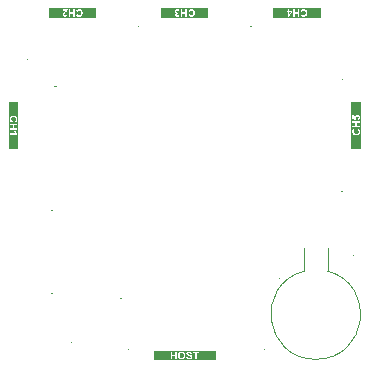
<source format=gto>
G04 Output by ViewMate Deluxe V11.24.15  PentaLogix*
G04 Thu Mar  6 20:34:30 2025*
%IPPOS*%
%FSLAX25Y25*%
%MOIN*%
%ADD10C,0.003937*%

%LPD*%
X0Y0D2*G36*X29528Y117815D2*G1X13780D1*Y114665*X29528*Y117815*G37*G36*X104331Y117815D2*G1X88583D1*Y114665*X104331*Y117815*G37*G36*X394Y86713D2*G1Y70965D1*X3543*Y86713*X394*G37*G36*X117717Y86713D2*G1X114567D1*Y70965*X117717*Y86713*G37*G36*X69291Y3642D2*G1X48819D1*Y492*X69291*Y3642*G37*G36*X66929Y117815D2*G1X51181D1*Y114665*X66929*Y117815*G37*
%LPC*%
X0Y0D2*G36*X59783Y117499D2*G1X57770D1*Y114980*X58278*Y115972*X59275*Y114980*X59783*Y117499*G37*G36*X56542Y117543D2*G1X56476Y117541D1*X56413Y117532*X56352Y117521*X56296Y117506*X56241Y117488*X56192Y117468*X56147Y117448*X56105Y117426*X56034Y117382*X56007Y117364*X55965Y117332*X55950Y117319*X55943Y117311*X55939Y117309*X55896Y117264*X55859Y117219*X55826Y117171*X55797Y117122*X55776Y117075*X55756Y117028*X55739Y116982*X55726Y116938*X55715Y116898*X55708Y116862*X55699Y116800*X55695Y116758*Y116743*X55697Y116702*X55701Y116661*X55715Y116587*X55724Y116552*X55735Y116520*X55748Y116491*X55759Y116463*X55772Y116439*X55785Y116418*X55812Y116371*X55825Y116354*X55850Y116325*X55905Y116274*X55934Y116254*X55961Y116234*X55990Y116217*X56047Y116190*X56072Y116179*X56096Y116170*X56116Y116161*X56150Y116152*X56161Y116148*X56171Y116147*X56138Y116128*X56107Y116108*X56078Y116088*X56050Y116067*X56025Y116047*X56001Y116024*X55959Y115981*X55925Y115935*X55896Y115892*X55872Y115848*X55852Y115808*X55837Y115768*X55817Y115701*X55808Y115648*X55806Y115632*Y115617*X55808Y115573*X55814Y115532*X55823Y115491*X55834Y115453*X55848Y115417*X55863Y115382*X55879Y115349*X55912Y115293*X55928Y115269*X55943Y115249*X55969Y115217*X55978Y115208*X55983Y115200*X56027Y115158*X56071Y115124*X56118Y115093*X56165Y115067*X56212Y115045*X56259Y115025*X56305Y115011*X56351Y115000*X56393Y114989*X56431Y114984*X56465Y114978*X56496Y114974*X56538Y114971*X56593*X56631Y114974*X56735Y114989*X56795Y115002*X56846Y115016*X56886Y115031*X56902Y115036*X56915Y115042*X56930Y115047*X56931Y115049*X56991Y115080*X57017Y115098*X57042Y115117*X57066Y115133*X57088Y115151*X57108Y115169*X57155Y115217*X57166Y115229*X57175Y115242*X57184Y115251*X57190Y115258*X57191Y115262*X57193Y115264*X57226Y115319*X57253Y115378*X57277Y115440*X57306Y115524*X57311Y115550*X57319Y115571*X57322Y115591*X57326Y115608*X57330Y115619*X57332Y115630*X56887Y115704*X56884Y115675*X56878Y115646*X56864Y115597*X56855Y115573*X56846Y115553*X56837Y115535*X56811Y115491*X56802Y115480*X56797Y115471*X56789Y115464*X56782Y115455*X56766Y115440*X56747Y115426*X56711Y115404*X56674Y115389*X56642Y115378*X56613Y115371*X56600Y115369*X56589*X56582Y115368*X56569*X56524Y115371*X56485Y115380*X56451Y115391*X56422Y115406*X56382Y115431*X56371Y115440*X56367Y115444*X56341Y115475*X56323Y115508*X56309Y115541*X56300Y115573*X56294Y115602*X56293Y115613*Y115624*X56291Y115633*Y115646*X56294Y115699*X56300Y115724*X56307Y115746*X56323Y115788*X56341Y115822*X56361Y115850*X56378Y115870*X56391Y115883*X56414Y115903*X56436Y115915*X56485Y115937*X56534Y115952*X56606Y115965*X56627Y115966*X56662Y115970*X56695*X56747Y116363*X56702Y116350*X56660Y116341*X56622Y116336*X56589Y116330*X56563Y116328*X56553*X56544Y116327*X56527*X56502Y116328*X56452Y116336*X56431Y116343*X56391Y116361*X56356Y116380*X56327Y116400*X56316Y116409*X56307Y116418*X56293Y116429*X56271Y116454*X56256Y116478*X56243Y116502*X56232Y116525*X56214Y116572*X56198Y116640*X56191Y116705*X56192Y116758*X56194Y116793*X56200Y116824*X56214Y116880*X56223Y116906*X56241Y116949*X56252Y116967*X56261Y116984*X56271Y116997*X56278Y117009*X56285Y117018*X56291Y117024*X56293Y117028*X56314Y117049*X56354Y117082*X56376Y117095*X56398Y117106*X56418Y117115*X56458Y117128*X56493Y117137*X56520Y117140*X56531Y117142*X56545*X56595Y117139*X56640Y117128*X56680Y117113*X56715Y117095*X56755Y117071*X56771Y117058*X56776Y117053*X56780Y117051*X56815Y117011*X56840Y116965*X56862Y116920*X56876Y116876*X56884Y116856*X56887Y116836*X56893Y116820*X56895Y116804*X56898Y116791*Y116782*X56900Y116776*Y116774*X57368Y116833*Y117543*X56542*G37*G36*X62415Y116263D2*G1X62411Y116372D1*X62400Y116474*X62386Y116571*X62364Y116660*X62340Y116743*X62313Y116822*X62284Y116891*X62253Y116955*X62224Y117011*X62195Y117060*X62144Y117137*X62122Y117164*X62115Y117175*X62108Y117184*X62100Y117191*X62097Y117197*X62093Y117198*Y117200*X62062Y117231*X62031Y117260*X61998Y117288*X61965Y117313*X61896Y117359*X61829Y117399*X61758Y117432*X61691Y117459*X61623Y117482*X61559Y117499*X61499Y117513*X61445Y117524*X61372Y117535*X61317Y117541*X61303*X61290Y117543*X61268*X61194Y117541*X61123Y117534*X61055Y117524*X60993Y117511*X60934Y117495*X60879Y117479*X60828Y117461*X60782Y117443*X60741Y117424*X60704Y117406*X60648Y117373*X60613Y117351*X60604Y117344*X60600Y117342*X60553Y117302*X60508Y117259*X60467Y117211*X60429Y117162*X60395Y117111*X60364Y117060*X60336Y117009*X60291Y116915*X60256Y116831*X60231Y116756*X60227Y116747*X60224Y116734*X60222Y116731*Y116729*X60715Y116572*X60728Y116623*X60742Y116671*X60775Y116754*X60791Y116791*X60809Y116824*X60844Y116880*X60875Y116924*X60890Y116942*X60919Y116974*X60954Y117002*X60983Y117022*X61012Y117038*X61043Y117053*X61072Y117066*X61128Y117085*X61179Y117097*X61203Y117100*X61223Y117104*X61254Y117108*X61274*X61325Y117106*X61372Y117098*X61417Y117089*X61459Y117076*X61499Y117060*X61536Y117044*X61569Y117026*X61600Y117006*X61627Y116987*X61650Y116969*X61672Y116953*X61689Y116936*X61712Y116915*X61718Y116907*X61720Y116906*X61750Y116863*X61776Y116818*X61800Y116767*X61818Y116714*X61834Y116658*X61849Y116602*X61860Y116545*X61869Y116491*X61882Y116389*X61887Y116305*X61889Y116287*Y116272*X61891Y116259*Y116226*X61889Y116145*X61884Y116068*X61874Y115999*X61863Y115934*X61851Y115875*X61836Y115822*X61820Y115773*X61803Y115732*X61789Y115693*X61758Y115635*X61745Y115613*X61720Y115577*X61683Y115539*X61648Y115508*X61610Y115482*X61574Y115459*X61536Y115439*X61498Y115422*X61461Y115409*X61425Y115398*X61392Y115389*X61361Y115384*X61334Y115378*X61310Y115377*X61278Y115373*X61265*X61226Y115375*X61192Y115378*X61157Y115384*X61124Y115391*X61066Y115409*X61041Y115421*X61015Y115430*X60995Y115440*X60959Y115460*X60935Y115477*X60926Y115482*X60921Y115488*X60895Y115509*X60872Y115533*X60850Y115559*X60832Y115584*X60815Y115609*X60799Y115635*X60773Y115684*X60748Y115746*X60742Y115763*X60739Y115777*X60735Y115786*X60733Y115793*Y115795*X60229Y115675*X60245Y115621*X60265Y115568*X60285Y115521*X60306Y115475*X60327Y115435*X60349Y115397*X60391Y115331*X60446Y115258*X60471Y115229*X60487Y115213*X60544Y115164*X60602Y115122*X60664Y115085*X60726Y115054*X60790Y115027*X60852Y115006*X60913Y114987*X60972Y114972*X61077Y114953*X61161Y114942*X61177*X61194Y114940*X61206*X61217Y114938*X61237*X61334Y114942*X61427Y114953*X61512Y114971*X61594Y114993*X61671Y115018*X61740Y115049*X61805Y115080*X61863Y115113*X61960Y115176*X62000Y115206*X62033Y115233*X62058Y115255*X62089Y115286*X62091Y115287*X62120Y115320*X62147Y115355*X62198Y115430*X62240Y115506*X62278Y115586*X62309Y115668*X62337Y115748*X62357Y115828*X62375Y115906*X62398Y116047*X62406Y116106*X62408Y116134*X62409Y116159*X62413Y116203*Y116221*X62415Y116236*Y116263*G37*
%LPD*%
X0Y0D2*G36*X59275Y117499D2*G1X58278D1*Y116398*X59275*Y117499*G37*G36*X57368Y117543D2*G1X56556D1*X56598Y117539*X56627Y117537*X56662Y117532*X56698Y117526*X56784Y117508*X56829Y117495*X56876Y117479*X56924Y117459*X56971Y117437*X57019Y117411*X57064Y117380*X57108Y117346*X57109Y117344*X57130Y117326*X57144Y117309*X57161Y117291*X57181Y117268*X57224Y117208*X57248Y117173*X57270Y117135*X57313Y117046*X57332Y116998*X57346Y116945*X57359Y116891*X57368Y116833*Y117543*G37*
%LPC*%
X0Y0D2*G36*X61776Y2902D2*G1X62524D1*Y809*X63032*Y2902*X63778*Y3328*X61776*Y2902*G37*G36*X58010Y3370D2*G1X57985D1*X57929Y3368*X57874Y3367*X57821Y3361*X57723Y3347*X57678Y3339*X57599Y3321*X57565Y3310*X57534Y3301*X57506Y3294*X57454Y3274*X57446Y3272*X57410Y3256*X57377Y3239*X57317Y3203*X57235Y3146*X57211Y3128*X57171Y3095*X57141Y3068*X57130Y3057*X57122Y3050*X57117Y3044*X57115Y3043*X57062Y2984*X57017Y2924*X56977Y2866*X56944Y2813*X56906Y2746*X56891Y2715*X56886Y2706*X56884Y2698*X56882Y2697*X56862Y2646*X56844Y2595*X56829Y2540*X56806Y2433*X56795Y2378*X56787Y2327*X56782Y2276*X56776Y2231*X56767Y2089*Y2052*X56771Y1943*X56782Y1839*X56798Y1741*X56819Y1650*X56844Y1567*X56873Y1488*X56902Y1417*X56933Y1354*X56978Y1272*X56993Y1248*X57035Y1188*X57059Y1157*X57068Y1144*X57084Y1124*X57091Y1117*X57095Y1111*X57098Y1109*Y1108*X57130Y1077*X57164Y1048*X57197Y1021*X57232Y995*X57304Y950*X57379Y909*X57454Y877*X57526Y849*X57599Y826*X57670Y809*X57736Y795*X57798Y784*X57876Y773*X57938Y767*X57954*X57967Y766*X58043Y767*X58094Y769*X58191Y780*X58280Y797*X58365Y820*X58444Y846*X58517Y875*X58584Y906*X58697Y969*X58744Y1000*X58786Y1030*X58833Y1068*X58844Y1079*X58870Y1100*X58877Y1108*X58879Y1109*X58909Y1143*X58937Y1177*X58964Y1213*X58988Y1250*X59033Y1326*X59072Y1404*X59104Y1483*X59130Y1563*X59152Y1641*X59170Y1716*X59184Y1787*X59193Y1852*X59199Y1883*X59201Y1912*X59204Y1938*X59210Y2005*Y2021*X59212Y2036*Y2120*X59208Y2176*X59197Y2282*X59181Y2380*X59159Y2473*X59134Y2558*X59106Y2638*X59075Y2709*X59044Y2775*X59013Y2832*X58997Y2859*X58968Y2904*X58955Y2926*X58919Y2975*X58898Y2999*X58886Y3015*X58844Y3055*X58777Y3113*X58742Y3139*X58669Y3184*X58597Y3224*X58522Y3257*X58447Y3286*X58374Y3308*X58305Y3326*X58240Y3341*X58180Y3352*X58100Y3363*X58038Y3368*X58023*X58010Y3370*G37*G36*X54840Y3328D2*G1X54332D1*Y809*X56345*Y3328*X55837*Y2336*X54840*Y3328*G37*G36*X60485Y764D2*G1X61527D1*Y1541*X61523Y1626*X61518Y1667*X61503Y1739*X61485Y1803*X61467Y1856*X61458Y1878*X61448Y1896*X61441Y1912*X61434Y1925*X61428Y1934*X61427Y1939*X61425Y1941*X61385Y2000*X61339Y2050*X61316Y2074*X61292Y2094*X61270Y2114*X61208Y2160*X61190Y2171*X61176Y2182*X61154Y2194*X61148Y2196*X61147Y2198*X61112Y2216*X61030Y2251*X60986Y2267*X60895Y2298*X60850Y2311*X60806Y2325*X60764Y2336*X60726Y2347*X60689Y2356*X60659Y2365*X60633Y2371*X60608Y2378*X60602*X60600Y2380*X60598*X60418Y2427*X60326Y2458*X60254Y2485*X60182Y2518*X60153Y2535*X60136Y2546*X60133Y2549*X60131*X60105Y2575*X60087Y2600*X60074Y2626*X60065Y2649*X60060Y2671*X60056Y2698*Y2702*X60060Y2737*X60069Y2768*X60082Y2793*X60096Y2815*X60111Y2833*X60133Y2855*X60187Y2888*X60215Y2900*X60244Y2911*X60302Y2928*X60356Y2939*X60447Y2948*X60462Y2950*X60522*X60593Y2942*X60624Y2937*X60680Y2922*X60726Y2908*X60775Y2884*X60800Y2868*X60804Y2866*X60826Y2848*X60843Y2828*X60873Y2784*X60897Y2739*X60917Y2693*X60935Y2633*X60943Y2604*X60944Y2595*X60946Y2585*X61454Y2608*X61448Y2671*X61439Y2731*X61427Y2788*X61390Y2890*X61369Y2935*X61347Y2977*X61299Y3048*X61258Y3102*X61223Y3139*X61212Y3152*X61154Y3197*X61103Y3230*X60990Y3283*X60930Y3303*X60811Y3334*X60755Y3345*X60606Y3365*X60548Y3368*X60533*X60520Y3370*X60487*X60435Y3368*X60384Y3367*X60335Y3363*X60244Y3350*X60204Y3343*X60131Y3326*X60100Y3317*X60072Y3310*X60049Y3301*X60014Y3290*X60002Y3285*X59994Y3283*X59993Y3281*X59954Y3265*X59920Y3245*X59856Y3204*X59803Y3163*X59758Y3121*X59723Y3084*X59709Y3068*X59689Y3043*X59683Y3034*X59680Y3028*X59678Y3026*X59659Y2995*X59628Y2932*X59605Y2868*X59596Y2839*X59590Y2809*X59583Y2784*X59579Y2759*X59570Y2684*Y2666*X59572Y2611*X59579Y2558*X59592Y2508*X59607Y2460*X59623Y2416*X59643Y2374*X59665Y2336*X59687Y2302*X59707Y2269*X59748Y2216*X59765Y2196*X59801Y2160*X59836Y2132*X59874Y2107*X59916Y2082*X59961Y2058*X60007Y2036*X60056Y2016*X60151Y1980*X60195Y1965*X60236Y1950*X60274Y1938*X60309Y1929*X60347Y1918*X60356Y1916*X60364Y1912*X60369*X60374Y1910*X60531Y1872*X60573Y1861*X60644Y1841*X60673Y1834*X60737Y1816*X60752Y1810*X60779Y1803*X60780Y1801*X60782*X60828Y1783*X60866Y1765*X60899Y1745*X60924Y1728*X60955Y1701*X60964Y1694*X60966Y1690*X60984Y1667*X60997Y1641*X61006Y1615*X61017Y1570*X61019Y1554*Y1539*X61017Y1514*X61013Y1488*X61008Y1466*X60999Y1443*X60979Y1403*X60957Y1366*X60944Y1352*X60934Y1337*X60922Y1326*X60913Y1315*X60904Y1308*X60895Y1299*X60870Y1279*X60843Y1263*X60784Y1237*X60722Y1219*X60662Y1206*X60608Y1199*X60548Y1193*X60524*X60482Y1195*X60442Y1199*X60404Y1204*X60367Y1211*X60306Y1230*X60276Y1241*X60229Y1263*X60211Y1273*X60193Y1282*X60180Y1292*X60156Y1308*X60107Y1359*X60087Y1386*X60069Y1415*X60052Y1447*X60038Y1477*X60013Y1537*X59996Y1590*X59989Y1614*X59980Y1652*X59974Y1672*Y1676*X59479Y1628*X59490Y1552*X59506Y1479*X59525Y1412*X59548Y1348*X59572Y1292*X59598Y1239*X59623Y1190*X59676Y1109*X59699Y1077*X59723Y1048*X59759Y1008*X59772Y995*X59780Y986*X59834Y946*X59889Y911*X59947Y882*X60007Y857*X60067Y835*X60189Y804*X60247Y791*X60302Y782*X60353Y775*X60457Y766*X60473*X60485Y764*G37*
%LPD*%
X0Y0D2*G36*X57991Y2935D2*G1X57976D1*X57959Y2933*X57938Y2932*X57881Y2924*X57847Y2917*X57808Y2908*X57770Y2897*X57728Y2882*X57643Y2844*X57601Y2819*X57559Y2789*X57521Y2757*X57481Y2717*X57475Y2708*X57465Y2697*X57454Y2678*X57422Y2628*X57404Y2595*X57370Y2513*X57352Y2465*X57335Y2413*X57321Y2354*X57310Y2291*X57301Y2222*X57293Y2147*X57291Y2040*X57293Y2029*X57297Y1963*X57308Y1876*X57326Y1776*X57339Y1723*X57355Y1669*X57375Y1615*X57397Y1563*X57422Y1512*X57454Y1465*X57490Y1419*X57524Y1386*X57543Y1370*X57594Y1332*X57625Y1311*X57659Y1290*X57697Y1270*X57739Y1252*X57783Y1235*X57832Y1221*X57881Y1210*X57934Y1202*X58003Y1200*X58041Y1204*X58067Y1208*X58098Y1211*X58167Y1228*X58207Y1239*X58247Y1254*X58289Y1272*X58331Y1293*X58372Y1317*X58413Y1346*X58453Y1381*X58493Y1421*X58522Y1461*X58536Y1483*X58553Y1512*X58571Y1545*X58589Y1583*X58608Y1626*X58626Y1676*X58642Y1730*X58657Y1789*X58669Y1852*X58678Y1921*X58686Y1996*X58687Y2105*X58686Y2118*Y2131*X58684Y2147*X58682Y2184*X58676Y2225*X58671Y2271*X58664Y2320*X58653Y2371*X58626Y2478*X58608Y2531*X58585Y2584*X58560Y2633*X58531Y2680*X58495Y2724*X58462Y2755*X58420Y2789*X58393Y2809*X58362Y2830*X58289Y2868*X58247Y2886*X58202Y2902*X58154Y2915*X58103Y2926*X58049Y2933*X57991Y2935*G37*G36*X55837Y1910D2*G1X54840D1*Y809*X55837*Y1910*G37*G36*X61527Y1519D2*G1X61523Y1485D1*X61519Y1463*X61516Y1437*X61512Y1410*X61498Y1346*X61476Y1279*X61445Y1206*X61427Y1171*X61405Y1135*X61399Y1128*X61383Y1104*X61370Y1089*X61356Y1071*X61317Y1030*X61268Y984*X61241Y960*X61210Y939*X61177Y915*X61143Y893*X61104Y873*X61065Y855*X61063Y853*X61055Y851*X61043Y846*X61004Y833*X60979Y826*X60948Y819*X60915Y809*X60877Y800*X60742Y778*X60637Y767*X60578Y766*X60519Y764*X61527*Y1519*G37*
%LPC*%
X0Y0D2*G36*X116632Y77650D2*G1X116630D1*X116474Y77157*X116525Y77144*X116572Y77130*X116614Y77113*X116656Y77097*X116693Y77080*X116756Y77044*X116782Y77028*X116825Y76997*X116843Y76982*X116856Y76969*X116876Y76953*X116904Y76919*X116924Y76889*X116940Y76860*X116954Y76830*X116967Y76800*X116978Y76771*X116987Y76744*X116993Y76719*X117006Y76649*X117007Y76633*X117009Y76618*Y76598*X117007Y76547*X117000Y76500*X116991Y76454*X116978Y76413*X116962Y76372*X116945Y76336*X116927Y76304*X116907Y76272*X116889Y76245*X116854Y76200*X116838Y76183*X116825Y76171*X116816Y76159*X116765Y76121*X116720Y76096*X116669Y76072*X116616Y76054*X116503Y76023*X116447Y76012*X116392Y76003*X116290Y75990*X116206Y75985*X116188Y75983*X116174*X116161Y75981*X116128*X116046Y75983*X115970Y75989*X115901Y75998*X115835Y76009*X115777Y76021*X115724Y76036*X115675Y76052*X115633Y76069*X115595Y76083*X115537Y76114*X115515Y76127*X115498Y76138*X115486Y76147*X115478Y76152*X115477Y76154*X115440Y76189*X115409Y76223*X115360Y76298*X115340Y76336*X115324Y76374*X115311Y76411*X115300Y76447*X115291Y76480*X115280Y76538*X115276Y76580*X115274Y76595*Y76608*X115276Y76646*X115280Y76680*X115285Y76715*X115293Y76748*X115311Y76806*X115322Y76831*X115331Y76857*X115362Y76913*X115387Y76950*X115389Y76951*X115411Y76977*X115435Y77000*X115460Y77022*X115486Y77041*X115537Y77073*X115586Y77099*X115664Y77130*X115695Y77139*X115697*X115577Y77643*X115522Y77626*X115469Y77606*X115422Y77587*X115376Y77567*X115298Y77523*X115233Y77481*X115160Y77426*X115131Y77401*X115116Y77386*X115115Y77384*X115065Y77328*X115024Y77270*X114987Y77208*X114956Y77146*X114929Y77082*X114907Y77021*X114889Y76959*X114874Y76900*X114863Y76846*X114854Y76795*X114849Y76751*X114843Y76711*Y76695*X114841Y76678*Y76665*X114840Y76655*X114841Y76585*X114843Y76538*X114854Y76445*X114872Y76360*X114894Y76278*X114920Y76202*X114951Y76132*X114982Y76067*X115014Y76009*X115047Y75958*X115078Y75912*X115107Y75872*X115156Y75814*X115189Y75781*X115222Y75752*X115256Y75725*X115331Y75674*X115408Y75632*X115487Y75594*X115569Y75563*X115650Y75535*X115730Y75515*X115808Y75497*X115881Y75484*X115948Y75474*X116008Y75466*X116035Y75464*X116061Y75463*X116104Y75459*X116123*X116137Y75457*X116165*X116274Y75461*X116376Y75472*X116472Y75486*X116561Y75508*X116645Y75532*X116723Y75559*X116793Y75588*X116856Y75619*X116913Y75648*X116962Y75677*X117038Y75728*X117053Y75739*X117065Y75750*X117085Y75765*X117098Y75776*X117100Y75779*X117102*X117133Y75810*X117162Y75841*X117215Y75907*X117260Y75976*X117300Y76043*X117333Y76114*X117360Y76182*X117384Y76249*X117415Y76372*X117426Y76427*X117433Y76478*X117437Y76500*X117441Y76538*X117442Y76555*Y76569*X117444Y76582*Y76604*X117442Y76678*X117435Y76749*X117426Y76817*X117413Y76878*X117397Y76939*X117380Y76993*X117362Y77044*X117344Y77090*X117326Y77132*X117308Y77168*X117289Y77199*X117275Y77224*X117253Y77259*X117246Y77268*X117244Y77272*X117204Y77319*X117160Y77365*X117113Y77404*X117064Y77443*X117013Y77477*X116962Y77508*X116911Y77535*X116816Y77581*X116732Y77616*X116658Y77641*X116649Y77645*X116636Y77648*X116632Y77650*G37*G36*X117400Y80102D2*G1X114882D1*Y79594*X115873*Y78597*X114882*Y78089*X117400*Y80102*G37*G36*X117444Y81358D2*G1X117442Y81398D1*X117441Y81438*X117430Y81512*X117413Y81583*X117391Y81649*X117368Y81709*X117339Y81765*X117309Y81816*X117276Y81862*X117246Y81902*X117217Y81938*X117164Y81993*X117126Y82027*X117064Y82071*X117017Y82098*X116969Y82122*X116922Y82144*X116874Y82162*X116829Y82176*X116741Y82198*X116703Y82206*X116636Y82215*X116571Y82220*X116487Y82219*X116423Y82211*X116361Y82200*X116303Y82185*X116250Y82169*X116199Y82149*X116154Y82129*X116112Y82109*X116013Y82049*X115950Y81998*X115948Y81997*X115906Y81953*X115870Y81909*X115839Y81863*X115811Y81816*X115790Y81771*X115770Y81725*X115755Y81682*X115743Y81640*X115733Y81601*X115726Y81565*X115717Y81505*X115713Y81467*Y81421*X115726Y81328*X115746Y81247*X115753Y81223*X115777Y81165*X115782Y81148*X115788Y81137*X115793Y81123*X115795Y81121*X115366Y81199*Y82109*X114914*Y80834*X116224Y80586*X116281Y80975*X116248Y81006*X116221Y81039*X116196Y81072*X116176Y81103*X116158Y81135*X116130Y81196*X116121Y81225*X116112Y81250*X116106Y81274*X116099Y81328*X116097Y81339*Y81348*X116099Y81379*X116103Y81408*X116108Y81434*X116115Y81461*X116134Y81507*X116145Y81527*X116156Y81545*X116187Y81589*X116196Y81600*X116214Y81618*X116237Y81636*X116288Y81667*X116317Y81680*X116376Y81698*X116432Y81711*X116459Y81714*X116483Y81718*X116541Y81723*X116609Y81722*X116650Y81720*X116691Y81714*X116760Y81700*X116791Y81691*X116818Y81680*X116843Y81671*X116865Y81661*X116913Y81634*X116931Y81623*X116958Y81598*X116976Y81578*X116993Y81556*X117007Y81534*X117018Y81512*X117029Y81492*X117044Y81452*X117058Y81378*Y81363*X117054Y81316*X117044Y81270*X117029Y81230*X117011Y81196*X116985Y81156*X116978Y81147*X116973Y81139*X116967Y81134*X116965Y81130*X116945Y81110*X116925Y81094*X116884Y81068*X116840Y81047*X116798Y81030*X116761Y81019*X116745Y81015*X116732Y81013*X116722Y81010*X116712*X116707Y81008*X116705*X116756Y80528*X116814Y80537*X116867Y80551*X116920Y80568*X116967Y80586*X117013Y80608*X117091Y80651*X117126Y80675*X117156Y80697*X117182Y80719*X117206Y80737*X117249Y80781*X117257Y80788*X117291Y80832*X117321Y80877*X117344Y80924*X117366Y80972*X117384Y81019*X117411Y81112*X117421Y81156*X117435Y81235*X117439Y81270*X117441Y81299*X117442Y81325*X117444Y81343*Y81358*G37*
%LPD*%
X0Y0D2*G36*X117400Y79594D2*G1X116299D1*Y78597*X117400*Y79594*G37*
%LPC*%
X0Y0D2*G36*X3238Y76082D2*G1X3196Y76099D1*X3154Y76119*X3114Y76141*X3078Y76164*X3041Y76190*X3009Y76215*X2978Y76241*X2948Y76264*X2923Y76290*X2901Y76311*X2881Y76332*X2852Y76364*X2841Y76377*X2774Y76468*X2748Y76506*X2725Y76545*X2703Y76579*X2685Y76614*X2652Y76674*X2628Y76725*X2605Y76787*X2601Y76794*Y76796*X2162*X2186Y76730*X2211Y76667*X2241Y76605*X2270Y76547*X2299Y76492*X2330Y76441*X2361Y76393*X2417Y76310*X2445Y76275*X2468Y76244*X2504Y76199*X2524Y76175*X2528Y76171*X710*Y75689*X3238*Y76082*G37*G36*X3229Y79356D2*G1X710D1*Y78848*X1811*Y77851*X710*Y77344*X3229*Y79356*G37*G36*X3271Y80811D2*G1X3267Y80907D1*X3256Y81000*X3238Y81085*X3216Y81167*X3191Y81244*X3160Y81313*X3129Y81378*X3096Y81437*X3063Y81488*X3032Y81533*X3003Y81573*X2954Y81632*X2921Y81664*X2889Y81693*X2854Y81721*X2779Y81772*X2703Y81813*X2623Y81852*X2541Y81883*X2461Y81910*X2381Y81930*X2302Y81948*X2230Y81961*X2162Y81972*X2102Y81979*X2006Y81986*X1987*X1973Y81988*X1946*X1891Y81986*X1837Y81985*X1735Y81974*X1638Y81959*X1549Y81937*X1465Y81913*X1387Y81886*X1318Y81857*X1254Y81826*X1198Y81797*X1148Y81768*X1107Y81741*X1089Y81728*X1072Y81717*X1045Y81695*X1034Y81688*X1025Y81681*X1018Y81673*X1012Y81670*X1010Y81666*X1008*X948Y81604*X921Y81571*X896Y81539*X850Y81469*X810Y81402*X777Y81331*X750Y81264*X726Y81197*X695Y81073*X685Y81018*X674Y80945*X668Y80891*Y80876*X666Y80863*Y80842*X668Y80767*X676Y80696*X685Y80629*X697Y80567*X730Y80452*X748Y80401*X785Y80314*X803Y80277*X821Y80247*X835Y80221*X858Y80186*X867Y80174*X907Y80126*X950Y80081*X998Y80041*X1047Y80002*X1098Y79968*X1148Y79937*X1200Y79910*X1294Y79864*X1378Y79830*X1413Y79817*X1452Y79804*X1462Y79800*X1469Y79799*X1478Y79795*X1480*X1636Y80288*X1585Y80301*X1538Y80316*X1454Y80348*X1418Y80365*X1385Y80383*X1354Y80401*X1329Y80417*X1285Y80448*X1267Y80463*X1254Y80476*X1234Y80492*X1207Y80527*X1187Y80556*X1171Y80585*X1156Y80616*X1143Y80645*X1132Y80674*X1123Y80702*X1112Y80752*X1109Y80776*X1105Y80796*X1101Y80827*Y80847*X1103Y80898*X1110Y80945*X1119Y80991*X1132Y81033*X1148Y81073*X1165Y81109*X1183Y81142*X1221Y81200*X1240Y81224*X1256Y81246*X1285Y81275*X1294Y81285*X1302Y81291*X1303Y81293*X1345Y81324*X1391Y81349*X1442Y81373*X1495Y81391*X1551Y81408*X1607Y81422*X1664Y81433*X1718Y81442*X1771Y81450*X1866Y81459*X1904Y81460*X1922Y81462*X1937*X1949Y81464*X1982*X2064Y81462*X2141Y81457*X2209Y81448*X2275Y81437*X2334Y81424*X2386Y81409*X2435Y81393*X2515Y81362*X2596Y81319*X2612Y81308*X2632Y81293*X2670Y81257*X2701Y81222*X2750Y81147*X2770Y81109*X2787Y81071*X2799Y81035*X2810Y80998*X2819Y80965*X2830Y80907*X2834Y80865*X2836Y80851*Y80838*X2834Y80800*X2830Y80765*X2825Y80731*X2818Y80698*X2808Y80669*X2799Y80639*X2788Y80614*X2779Y80589*X2758Y80548*X2748Y80532*X2732Y80509*X2726Y80499*X2699Y80469*X2676Y80445*X2650Y80423*X2599Y80388*X2574Y80372*X2503Y80337*X2463Y80321*X2432Y80312*X2422Y80308*X2415Y80306*X2413*X2534Y79802*X2588Y79819*X2641Y79839*X2734Y79879*X2812Y79922*X2878Y79964*X2905Y79984*X2950Y80019*X2980Y80045*X2996Y80061*X3045Y80117*X3087Y80176*X3123Y80237*X3154Y80299*X3182Y80363*X3204Y80425*X3222Y80487*X3236Y80545*X3247Y80600*X3256Y80650*X3267Y80734*Y80750*X3269Y80767*Y80780*X3271Y80791*Y80811*G37*
%LPD*%
X0Y0D2*G36*X3229Y78848D2*G1X2237D1*Y77851*X3229*Y78848*G37*
%LPC*%
X0Y0D2*G36*X98674Y114938D2*G1X98771Y114942D1*X98864Y114953*X98949Y114971*X99031Y114993*X99108Y115018*X99177Y115049*X99242Y115080*X99300Y115113*X99352Y115146*X99397Y115176*X99437Y115206*X99470Y115233*X99495Y115255*X99526Y115286*X99528Y115287*X99557Y115320*X99584Y115355*X99635Y115430*X99677Y115506*X99715Y115586*X99747Y115668*X99774Y115748*X99794Y115828*X99812Y115906*X99835Y116047*X99843Y116106*X99850Y116203*Y116221*X99852Y116236*Y116263*X99848Y116372*X99837Y116474*X99823Y116571*X99801Y116660*X99777Y116743*X99750Y116822*X99721Y116891*X99690Y116955*X99661Y117011*X99632Y117060*X99581Y117137*X99559Y117164*X99552Y117175*X99545Y117184*X99537Y117191*X99534Y117197*X99530Y117198*Y117200*X99499Y117231*X99468Y117260*X99435Y117288*X99402Y117313*X99333Y117359*X99266Y117399*X99195Y117432*X99128Y117459*X99060Y117482*X98997Y117499*X98937Y117513*X98882Y117524*X98809Y117535*X98754Y117541*X98740*X98727Y117543*X97659*Y116729*X98152Y116572*X98165Y116623*X98179Y116671*X98212Y116754*X98228Y116791*X98265Y116854*X98281Y116880*X98312Y116924*X98327Y116942*X98356Y116974*X98391Y117002*X98420Y117022*X98449Y117038*X98480Y117053*X98509Y117066*X98565Y117085*X98616Y117097*X98640Y117100*X98660Y117104*X98691Y117108*X98711*X98762Y117106*X98809Y117098*X98855Y117089*X98897Y117076*X98937Y117060*X98973Y117044*X99006Y117026*X99037Y117006*X99064Y116987*X99087Y116969*X99109Y116953*X99126Y116936*X99139Y116924*X99150Y116915*X99155Y116907*X99157Y116906*X99187Y116863*X99213Y116818*X99237Y116767*X99255Y116714*X99271Y116658*X99286Y116602*X99297Y116545*X99306Y116491*X99319Y116389*X99324Y116305*X99326Y116287*Y116272*X99328Y116259*Y116228*X99326Y116145*X99321Y116068*X99311Y115999*X99300Y115934*X99288Y115875*X99273Y115822*X99257Y115773*X99226Y115693*X99195Y115635*X99182Y115613*X99157Y115577*X99120Y115539*X99086Y115508*X99048Y115482*X99011Y115459*X98973Y115439*X98935Y115422*X98898Y115409*X98862Y115398*X98829Y115389*X98798Y115384*X98771Y115378*X98747Y115377*X98715Y115373*X98702*X98663Y115375*X98629Y115378*X98594Y115384*X98561Y115391*X98503Y115409*X98478Y115421*X98452Y115430*X98432Y115440*X98396Y115460*X98372Y115477*X98363Y115482*X98358Y115488*X98332Y115509*X98309Y115533*X98287Y115559*X98269Y115584*X98252Y115609*X98236Y115635*X98210Y115684*X98185Y115746*X98179Y115763*X98176Y115777*X98172Y115786*X98170Y115793*Y115795*X97666Y115675*X97682Y115621*X97702Y115568*X97722Y115521*X97743Y115475*X97764Y115435*X97786Y115397*X97828Y115331*X97883Y115258*X97908Y115229*X97924Y115213*X97981Y115164*X98039Y115122*X98101Y115085*X98163Y115054*X98227Y115027*X98289Y115006*X98350Y114987*X98409Y114972*X98514Y114953*X98598Y114942*X98614*X98631Y114940*X98643*X98654Y114938*X98674*G37*G36*X97220Y117499D2*G1X96713D1*Y116398*X95715*Y117499*X95207*Y114980*X97220*Y117499*G37*G36*X93061Y116993D2*G1Y116571D1*X93374*Y114971*X93780*X94872Y116572*Y116993*X93842*Y117499*X93374*Y116993*X93061*G37*
%LPD*%
X0Y0D2*G36*X98705Y117543D2*G1X97659D1*Y116731*X97661Y116734*X97663Y116740*X97664Y116747*X97668Y116756*X97693Y116831*X97728Y116915*X97774Y117009*X97801Y117060*X97832Y117111*X97866Y117162*X97905Y117211*X97945Y117259*X97990Y117302*X98037Y117342*X98041Y117344*X98050Y117351*X98110Y117388*X98141Y117406*X98178Y117424*X98219Y117443*X98265Y117461*X98316Y117479*X98371Y117495*X98430Y117511*X98493Y117524*X98560Y117534*X98631Y117541*X98705Y117543*G37*G36*X96713Y115972D2*G1X95715D1*Y114980*X96713*Y115972*G37*G36*X94421Y116571D2*G1X93842D1*Y115711*X94421Y116571*G37*
%LPC*%
X0Y0D2*G36*X22369Y117499D2*G1X20356D1*Y114980*X20864*Y115972*X21861*Y114980*X22369*Y117499*G37*G36*X24999Y116318D2*G1X24997Y116372D1*X24986Y116474*X24971Y116571*X24950Y116660*X24926Y116743*X24899Y116822*X24870Y116891*X24839Y116955*X24809Y117011*X24780Y117060*X24753Y117102*X24740Y117120*X24729Y117137*X24719Y117151*X24708Y117164*X24693Y117184*X24686Y117191*X24682Y117197*X24678Y117198*Y117200*X24617Y117260*X24584Y117288*X24551Y117313*X24482Y117359*X24415Y117399*X24343Y117432*X24276Y117459*X24209Y117482*X24145Y117499*X24085Y117513*X24030Y117524*X23958Y117535*X23903Y117541*X23889*X23876Y117543*X23854*X23779Y117541*X23708Y117534*X23641Y117524*X23579Y117511*X23519Y117495*X23465Y117479*X23413Y117461*X23368Y117443*X23326Y117424*X23290Y117406*X23213Y117360*X23199Y117351*X23190Y117344*X23186Y117342*X23139Y117302*X23093Y117259*X23053Y117211*X23015Y117162*X22980Y117111*X22950Y117060*X22922Y117009*X22876Y116915*X22842Y116831*X22829Y116796*X22820Y116769*X22817Y116756*X22813Y116747*X22808Y116731*Y116729*X23301Y116572*X23313Y116623*X23328Y116671*X23361Y116754*X23377Y116791*X23395Y116824*X23413Y116854*X23446Y116904*X23475Y116942*X23488Y116955*X23497Y116965*X23504Y116974*X23510Y116978*X23539Y117002*X23568Y117022*X23597Y117038*X23628Y117053*X23658Y117066*X23714Y117085*X23765Y117097*X23789Y117100*X23808Y117104*X23839Y117108*X23859*X23910Y117106*X23958Y117098*X24003Y117089*X24045Y117076*X24085Y117060*X24122Y117044*X24154Y117026*X24213Y116987*X24258Y116953*X24287Y116924*X24298Y116915*X24336Y116863*X24362Y116818*X24385Y116767*X24404Y116714*X24420Y116658*X24435Y116602*X24455Y116491*X24462Y116438*X24471Y116343*X24474Y116287*Y116272*X24476Y116259*Y116226*X24474Y116145*X24469Y116068*X24460Y115999*X24449Y115934*X24436Y115875*X24422Y115822*X24406Y115773*X24389Y115732*X24374Y115693*X24358Y115662*X24331Y115613*X24320Y115597*X24305Y115577*X24269Y115539*X24234Y115508*X24196Y115482*X24160Y115459*X24122Y115439*X24083Y115422*X24047Y115409*X23978Y115389*X23947Y115384*X23919Y115378*X23896Y115377*X23863Y115373*X23850*X23812Y115375*X23778Y115378*X23743Y115384*X23710Y115391*X23652Y115409*X23626Y115421*X23601Y115430*X23545Y115460*X23521Y115477*X23512Y115482*X23506Y115488*X23481Y115509*X23457Y115533*X23435Y115559*X23417Y115584*X23384Y115635*X23359Y115684*X23334Y115746*X23328Y115763*X23319Y115793*Y115795*X22815Y115675*X22831Y115621*X22851Y115568*X22891Y115475*X22913Y115435*X22935Y115397*X22977Y115331*X23031Y115258*X23046Y115242*X23057Y115229*X23071Y115215*X23130Y115164*X23188Y115122*X23250Y115085*X23311Y115054*X23375Y115027*X23437Y115006*X23499Y114987*X23558Y114972*X23663Y114953*X23747Y114942*X23763*X23779Y114940*X23792*X23803Y114938*X23823*X23919Y114942*X24012Y114953*X24098Y114971*X24180Y114993*X24256Y115018*X24325Y115049*X24391Y115080*X24449Y115113*X24546Y115176*X24619Y115233*X24644Y115255*X24676Y115287*X24706Y115320*X24733Y115355*X24784Y115430*X24826Y115506*X24864Y115586*X24895Y115668*X24922Y115748*X24961Y115906*X24984Y116047*X24991Y116106*X24999Y116203*Y116221*X25000Y116236*X24999Y116318*G37*G36*X18307Y117051D2*G1X19267D1*X19253Y117028*X19237Y117004*X19220Y116980*X19191Y116944*X19178Y116929*X19171Y116922*X19169Y116918*X19120Y116867*X19098Y116845*X19049Y116800*X19000Y116752*X18976Y116731*X18954Y116709*X18933Y116691*X18900Y116660*X18887Y116649*X18880Y116641*X18878Y116640*X18836Y116602*X18732Y116502*X18703Y116472*X18678Y116445*X18616Y116381*X18589Y116350*X18571Y116328*X18565Y116323*X18563Y116319*X18561Y116318*X18516Y116256*X18476Y116198*X18428Y116117*X18405Y116074*X18396Y116054*X18380Y116024*X18376Y116012*X18369Y115999*Y115997*X18348Y115939*X18332Y115881*X18321Y115826*X18314Y115777*X18307Y115702*X18308Y115619*X18316Y115566*X18327Y115515*X18339Y115468*X18356Y115424*X18374Y115382*X18414Y115311*X18434Y115280*X18454Y115251*X18489Y115209*X18501Y115193*X18512Y115182*X18520Y115175*X18521Y115173*X18563Y115136*X18607Y115106*X18654Y115080*X18703Y115056*X18751Y115036*X18800Y115020*X18849Y115007*X18895Y114996*X18938Y114987*X18978Y114982*X19015Y114976*X19091Y114971*X19169Y114972*X19229Y114978*X19286Y114987*X19340Y114998*X19389Y115011*X19437Y115025*X19519Y115058*X19553Y115074*X19586Y115091*X19611Y115106*X19635Y115118*X19652Y115129*X19673Y115144*X19715Y115180*X19752Y115220*X19784Y115262*X19812Y115308*X19837Y115355*X19859Y115402*X19894Y115497*X19917Y115582*X19926Y115619*X19941Y115699*Y115706*X19943Y115711*Y115717*X19462Y115764*X19459Y115726*X19455Y115691*X19441Y115628*X19433Y115600*X19424Y115575*X19406Y115533*X19382Y115489*X19375Y115480*X19369Y115471*X19360Y115462*X19324Y115431*X19304Y115421*X19286Y115409*X19244Y115393*X19206Y115382*X19171Y115377*X19156Y115373*X19144*X19133Y115371*X19119*X19064Y115375*X19017Y115384*X18974Y115398*X18927Y115422*X18904Y115439*X18895Y115444*X18880Y115457*X18863Y115475*X18849Y115495*X18827Y115533*X18813Y115575*X18802Y115615*X18795Y115652*X18793Y115666*Y115679*X18791Y115691*Y115706*X18795Y115761*X18807Y115815*X18822Y115865*X18840Y115910*X18851Y115930*X18874Y115977*X18887Y115995*X18889Y116001*X18929Y116052*X18954Y116081*X18985Y116112*X19017Y116147*X19051Y116179*X19119Y116248*X19184Y116312*X19213Y116339*X19277Y116401*X19364Y116483*X19432Y116549*X19548Y116667*X19597Y116722*X19643Y116771*X19681Y116816*X19745Y116895*X19808Y116976*X19819Y116995*X19835Y117018*X19859Y117062*X19881Y117104*X19919Y117189*X19947Y117269*X19959Y117308*X19977Y117377*X19992Y117455*X19996Y117473*X19997Y117488*X19999Y117495*Y117499*X18307*Y117051*G37*
%LPD*%
X0Y0D2*G36*X21861Y117499D2*G1X20864D1*Y116398*X21861*Y117499*G37*D10*G1X98799Y30118D2*Y37992D1*X106673Y30118D2*Y37992D1*D10*G75*G1X111811Y94095D2*G2X111811Y94095I-197J0D1*G1X6693Y100787D2*G2X6693Y100787I-197J0D1*G1X43898Y111614D2*G2X43898Y111614I-197J0D1*G1X81299Y111614D2*G2X81299Y111614I-197J0D1*G1X111811Y56693D2*G2X111811Y56693I-197J0D1*G1X37992Y21063D2*G2X37992Y21063I-197J0D1*G1X106591Y30204D2*G2X102736Y787I-3855J-14456D1*X98882Y30204I0J14961*G1X115551Y35236D2*G2X115551Y35236I-197J0D1*G1X16142Y91732D2*G2X16142Y91732I-197J0D1*G1X85630Y4134D2*G2X85630Y4134I-197J0D1*G1X40354Y4134D2*G2X40354Y4134I-196J0D1*G1X21457Y6496D2*G2X21457Y6496I-197J0D1*G1X90748Y27559D2*G2X90748Y27559I-197J0D1*G1X15039Y22756D2*G2X15039Y22756I-196J0D1*G1X15039Y50315D2*G2X15039Y50315I-196J0D1*G1X0Y0D2*M02*
</source>
